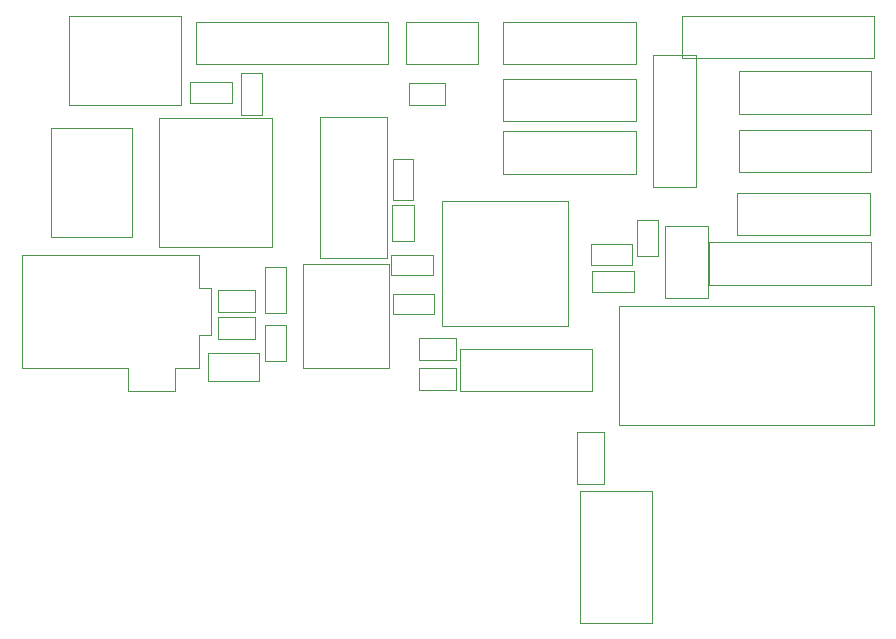
<source format=gbr>
G04 #@! TF.FileFunction,Other,User*
%FSLAX46Y46*%
G04 Gerber Fmt 4.6, Leading zero omitted, Abs format (unit mm)*
G04 Created by KiCad (PCBNEW 4.0.2+dfsg1-stable) date Mon Nov  6 16:18:01 2017*
%MOMM*%
G01*
G04 APERTURE LIST*
%ADD10C,0.100000*%
%ADD11C,0.050000*%
G04 APERTURE END LIST*
D10*
D11*
X125327000Y-93196000D02*
X125327000Y-99346000D01*
X125327000Y-99346000D02*
X128927000Y-99346000D01*
X128927000Y-99346000D02*
X128927000Y-93196000D01*
X128927000Y-93196000D02*
X125327000Y-93196000D01*
X91999000Y-95035000D02*
X91999000Y-84035000D01*
X82499000Y-95035000D02*
X82499000Y-84035000D01*
X91999000Y-95035000D02*
X82499000Y-95035000D01*
X91999000Y-84035000D02*
X82499000Y-84035000D01*
X85118000Y-81035000D02*
X88618000Y-81035000D01*
X85118000Y-81035000D02*
X85118000Y-82785000D01*
X88618000Y-82785000D02*
X88618000Y-81035000D01*
X88618000Y-82785000D02*
X85118000Y-82785000D01*
X89417000Y-83792000D02*
X89417000Y-80292000D01*
X89417000Y-83792000D02*
X91167000Y-83792000D01*
X91167000Y-80292000D02*
X89417000Y-80292000D01*
X91167000Y-80292000D02*
X91167000Y-83792000D01*
X102244000Y-91031000D02*
X102244000Y-87531000D01*
X102244000Y-91031000D02*
X103994000Y-91031000D01*
X103994000Y-87531000D02*
X102244000Y-87531000D01*
X103994000Y-87531000D02*
X103994000Y-91031000D01*
X122527000Y-96511000D02*
X119027000Y-96511000D01*
X122527000Y-96511000D02*
X122527000Y-94761000D01*
X119027000Y-94761000D02*
X119027000Y-96511000D01*
X119027000Y-94761000D02*
X122527000Y-94761000D01*
X119154000Y-97037000D02*
X122654000Y-97037000D01*
X119154000Y-97037000D02*
X119154000Y-98787000D01*
X122654000Y-98787000D02*
X122654000Y-97037000D01*
X122654000Y-98787000D02*
X119154000Y-98787000D01*
X102136000Y-95640000D02*
X105636000Y-95640000D01*
X102136000Y-95640000D02*
X102136000Y-97390000D01*
X105636000Y-97390000D02*
X105636000Y-95640000D01*
X105636000Y-97390000D02*
X102136000Y-97390000D01*
X102263000Y-98942000D02*
X105763000Y-98942000D01*
X102263000Y-98942000D02*
X102263000Y-100692000D01*
X105763000Y-100692000D02*
X105763000Y-98942000D01*
X105763000Y-100692000D02*
X102263000Y-100692000D01*
X121404000Y-99972000D02*
X143014000Y-99972000D01*
X143014000Y-99972000D02*
X143014000Y-110082000D01*
X143014000Y-110082000D02*
X121404000Y-110082000D01*
X121404000Y-110082000D02*
X121404000Y-99972000D01*
X85576000Y-79524000D02*
X101876000Y-79524000D01*
X101876000Y-79524000D02*
X101876000Y-75924000D01*
X101876000Y-75924000D02*
X85576000Y-75924000D01*
X85576000Y-75924000D02*
X85576000Y-79524000D01*
X119148000Y-103610000D02*
X107948000Y-103610000D01*
X107948000Y-103610000D02*
X107948000Y-107210000D01*
X107948000Y-107210000D02*
X119148000Y-107210000D01*
X119148000Y-107210000D02*
X119148000Y-103610000D01*
X124311000Y-78718000D02*
X124311000Y-89918000D01*
X124311000Y-89918000D02*
X127911000Y-89918000D01*
X127911000Y-89918000D02*
X127911000Y-78718000D01*
X127911000Y-78718000D02*
X124311000Y-78718000D01*
X122831000Y-75924000D02*
X111631000Y-75924000D01*
X111631000Y-75924000D02*
X111631000Y-79524000D01*
X111631000Y-79524000D02*
X122831000Y-79524000D01*
X122831000Y-79524000D02*
X122831000Y-75924000D01*
X103356000Y-79524000D02*
X109506000Y-79524000D01*
X109506000Y-79524000D02*
X109506000Y-75924000D01*
X109506000Y-75924000D02*
X103356000Y-75924000D01*
X103356000Y-75924000D02*
X103356000Y-79524000D01*
X122831000Y-85195000D02*
X111631000Y-85195000D01*
X111631000Y-85195000D02*
X111631000Y-88795000D01*
X111631000Y-88795000D02*
X122831000Y-88795000D01*
X122831000Y-88795000D02*
X122831000Y-85195000D01*
X118088000Y-115675000D02*
X118088000Y-126875000D01*
X118088000Y-126875000D02*
X124238000Y-126875000D01*
X124238000Y-126875000D02*
X124238000Y-115675000D01*
X124238000Y-115675000D02*
X118088000Y-115675000D01*
X122831000Y-80750000D02*
X111631000Y-80750000D01*
X111631000Y-80750000D02*
X111631000Y-84350000D01*
X111631000Y-84350000D02*
X122831000Y-84350000D01*
X122831000Y-84350000D02*
X122831000Y-80750000D01*
X142643000Y-90402000D02*
X131443000Y-90402000D01*
X131443000Y-90402000D02*
X131443000Y-94002000D01*
X131443000Y-94002000D02*
X142643000Y-94002000D01*
X142643000Y-94002000D02*
X142643000Y-90402000D01*
X93229000Y-101574000D02*
X93229000Y-104674000D01*
X93229000Y-101574000D02*
X91429000Y-101574000D01*
X91429000Y-104674000D02*
X93229000Y-104674000D01*
X91429000Y-104674000D02*
X91429000Y-101574000D01*
X102224000Y-94514000D02*
X102224000Y-91414000D01*
X102224000Y-94514000D02*
X104024000Y-94514000D01*
X104024000Y-91414000D02*
X102224000Y-91414000D01*
X104024000Y-91414000D02*
X104024000Y-94514000D01*
X104495000Y-102732000D02*
X107595000Y-102732000D01*
X104495000Y-102732000D02*
X104495000Y-104532000D01*
X107595000Y-104532000D02*
X107595000Y-102732000D01*
X107595000Y-104532000D02*
X104495000Y-104532000D01*
X104495000Y-105272000D02*
X107595000Y-105272000D01*
X104495000Y-105272000D02*
X104495000Y-107072000D01*
X107595000Y-107072000D02*
X107595000Y-105272000D01*
X107595000Y-107072000D02*
X104495000Y-107072000D01*
X103606000Y-81142000D02*
X106706000Y-81142000D01*
X103606000Y-81142000D02*
X103606000Y-82942000D01*
X106706000Y-82942000D02*
X106706000Y-81142000D01*
X106706000Y-82942000D02*
X103606000Y-82942000D01*
X124725000Y-92684000D02*
X124725000Y-95784000D01*
X124725000Y-92684000D02*
X122925000Y-92684000D01*
X122925000Y-95784000D02*
X124725000Y-95784000D01*
X122925000Y-95784000D02*
X122925000Y-92684000D01*
X87477000Y-100954000D02*
X90577000Y-100954000D01*
X87477000Y-100954000D02*
X87477000Y-102754000D01*
X90577000Y-102754000D02*
X90577000Y-100954000D01*
X90577000Y-102754000D02*
X87477000Y-102754000D01*
X90577000Y-100468000D02*
X87477000Y-100468000D01*
X90577000Y-100468000D02*
X90577000Y-98668000D01*
X87477000Y-98668000D02*
X87477000Y-100468000D01*
X87477000Y-98668000D02*
X90577000Y-98668000D01*
X94698000Y-96438000D02*
X94698000Y-105238000D01*
X101898000Y-96438000D02*
X94698000Y-96438000D01*
X101898000Y-105238000D02*
X101898000Y-96438000D01*
X94698000Y-105238000D02*
X101898000Y-105238000D01*
X106460000Y-91093000D02*
X106460000Y-101693000D01*
X117060000Y-91093000D02*
X117060000Y-101693000D01*
X106460000Y-91093000D02*
X117060000Y-91093000D01*
X106460000Y-101693000D02*
X117060000Y-101693000D01*
X101733000Y-84003000D02*
X96133000Y-84003000D01*
X96133000Y-84003000D02*
X96133000Y-95903000D01*
X96133000Y-95903000D02*
X101733000Y-95903000D01*
X101733000Y-95903000D02*
X101733000Y-84003000D01*
X93179000Y-100629000D02*
X91479000Y-100629000D01*
X91479000Y-100629000D02*
X91479000Y-96729000D01*
X91479000Y-96729000D02*
X93179000Y-96729000D01*
X93179000Y-96729000D02*
X93179000Y-100629000D01*
X120149000Y-110703000D02*
X120149000Y-115103000D01*
X120149000Y-115103000D02*
X117849000Y-115103000D01*
X117849000Y-115103000D02*
X117849000Y-110703000D01*
X120149000Y-110703000D02*
X117849000Y-110703000D01*
X85836000Y-95957000D02*
X85836000Y-95707000D01*
X85836000Y-95707000D02*
X70836000Y-95707000D01*
X85836000Y-95957000D02*
X85836000Y-98457000D01*
X85836000Y-98457000D02*
X86836000Y-98457000D01*
X86836000Y-98457000D02*
X86836000Y-102457000D01*
X86836000Y-102457000D02*
X85836000Y-102457000D01*
X85836000Y-102457000D02*
X85836000Y-105207000D01*
X85836000Y-105207000D02*
X83836000Y-105207000D01*
X83836000Y-105207000D02*
X83836000Y-107207000D01*
X83836000Y-107207000D02*
X79836000Y-107207000D01*
X79836000Y-107207000D02*
X79836000Y-105207000D01*
X79836000Y-105207000D02*
X70836000Y-105207000D01*
X70836000Y-105207000D02*
X70836000Y-95707000D01*
X80187000Y-84935000D02*
X80187000Y-94135000D01*
X80187000Y-94135000D02*
X73337000Y-94135000D01*
X73337000Y-94135000D02*
X73337000Y-84935000D01*
X73337000Y-84935000D02*
X80187000Y-84935000D01*
X131550000Y-83715000D02*
X142750000Y-83715000D01*
X142750000Y-83715000D02*
X142750000Y-80115000D01*
X142750000Y-80115000D02*
X131550000Y-80115000D01*
X131550000Y-80115000D02*
X131550000Y-83715000D01*
X142770000Y-85068000D02*
X131570000Y-85068000D01*
X131570000Y-85068000D02*
X131570000Y-88668000D01*
X131570000Y-88668000D02*
X142770000Y-88668000D01*
X142770000Y-88668000D02*
X142770000Y-85068000D01*
X84077000Y-82962000D02*
X84327000Y-82962000D01*
X84327000Y-82962000D02*
X84327000Y-82712000D01*
X84077000Y-75462000D02*
X84327000Y-75462000D01*
X84327000Y-75462000D02*
X84327000Y-75712000D01*
X74827000Y-75712000D02*
X74827000Y-75462000D01*
X74827000Y-75462000D02*
X75077000Y-75462000D01*
X74827000Y-82712000D02*
X74827000Y-82962000D01*
X74827000Y-82962000D02*
X75077000Y-82962000D01*
X75077000Y-75462000D02*
X84077000Y-75462000D01*
X74827000Y-82712000D02*
X74827000Y-75712000D01*
X84077000Y-82962000D02*
X75077000Y-82962000D01*
X84327000Y-75712000D02*
X84327000Y-82712000D01*
X90973000Y-106306000D02*
X86573000Y-106306000D01*
X86573000Y-106306000D02*
X86573000Y-104006000D01*
X86573000Y-104006000D02*
X90973000Y-104006000D01*
X90973000Y-106306000D02*
X90973000Y-104006000D01*
X143024000Y-75416000D02*
X126724000Y-75416000D01*
X126724000Y-75416000D02*
X126724000Y-79016000D01*
X126724000Y-79016000D02*
X143024000Y-79016000D01*
X143024000Y-79016000D02*
X143024000Y-75416000D01*
X142770000Y-94593000D02*
X129020000Y-94593000D01*
X129020000Y-94593000D02*
X129020000Y-98193000D01*
X129020000Y-98193000D02*
X142770000Y-98193000D01*
X142770000Y-98193000D02*
X142770000Y-94593000D01*
M02*

</source>
